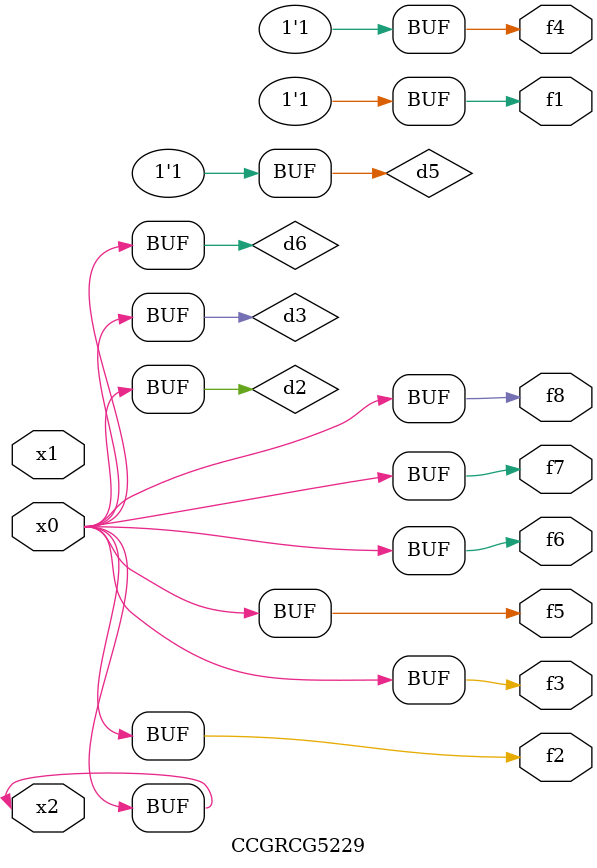
<source format=v>
module CCGRCG5229(
	input x0, x1, x2,
	output f1, f2, f3, f4, f5, f6, f7, f8
);

	wire d1, d2, d3, d4, d5, d6;

	xnor (d1, x2);
	buf (d2, x0, x2);
	and (d3, x0);
	xnor (d4, x1, x2);
	nand (d5, d1, d3);
	buf (d6, d2, d3);
	assign f1 = d5;
	assign f2 = d6;
	assign f3 = d6;
	assign f4 = d5;
	assign f5 = d6;
	assign f6 = d6;
	assign f7 = d6;
	assign f8 = d6;
endmodule

</source>
